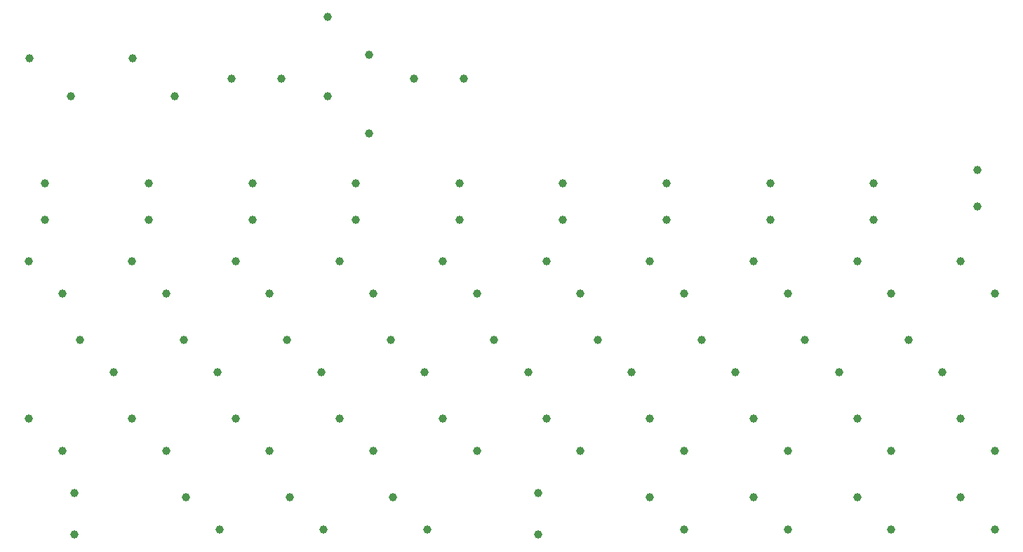
<source format=gbr>
%TF.GenerationSoftware,KiCad,Pcbnew,8.0.5-unknown-202409261835~48b9027842~ubuntu24.04.1*%
%TF.CreationDate,2024-09-28T03:00:05+08:00*%
%TF.ProjectId,EL6170_Pro_Max_Plus,454c3631-3730-45f5-9072-6f5f4d61785f,rev?*%
%TF.SameCoordinates,Original*%
%TF.FileFunction,Paste,Bot*%
%TF.FilePolarity,Positive*%
%FSLAX46Y46*%
G04 Gerber Fmt 4.6, Leading zero omitted, Abs format (unit mm)*
G04 Created by KiCad (PCBNEW 8.0.5-unknown-202409261835~48b9027842~ubuntu24.04.1) date 2024-09-28 03:00:05*
%MOMM*%
%LPD*%
G01*
G04 APERTURE LIST*
%ADD10C,1.000000*%
G04 APERTURE END LIST*
D10*
%TO.C,SW35*%
X108300000Y-111400000D03*
X104200000Y-107500000D03*
%TD*%
%TO.C,SW18*%
X202100000Y-101900000D03*
X198000000Y-98000000D03*
%TD*%
%TO.C,SW52*%
X133600000Y-130400000D03*
X129500000Y-126500000D03*
%TD*%
%TO.C,SW51*%
X146100000Y-130400000D03*
X142000000Y-126500000D03*
%TD*%
%TO.C,SW50*%
X159500000Y-131000000D03*
X159500000Y-126000000D03*
%TD*%
%TO.C,SW5*%
X115600000Y-78100000D03*
X110600000Y-73600000D03*
%TD*%
%TO.C,SW42*%
X127100000Y-120900000D03*
X123000000Y-117000000D03*
%TD*%
%TO.C,SW4*%
X128500000Y-76000000D03*
X122500000Y-76000000D03*
%TD*%
%TO.C,SW53*%
X121100000Y-130400000D03*
X117000000Y-126500000D03*
%TD*%
%TO.C,SW11*%
X162500000Y-93000000D03*
X162500000Y-88600000D03*
%TD*%
%TO.C,SW32*%
X145800000Y-111400000D03*
X141700000Y-107500000D03*
%TD*%
%TO.C,SW29*%
X183300000Y-111400000D03*
X179200000Y-107500000D03*
%TD*%
%TO.C,SW46*%
X214600000Y-130400000D03*
X210500000Y-126500000D03*
%TD*%
%TO.C,SW12*%
X150000000Y-93000000D03*
X150000000Y-88600000D03*
%TD*%
%TO.C,SW8*%
X200000000Y-93000000D03*
X200000000Y-88600000D03*
%TD*%
%TO.C,SW26*%
X102100000Y-101900000D03*
X98000000Y-98000000D03*
%TD*%
%TO.C,SW33*%
X133300000Y-111400000D03*
X129200000Y-107500000D03*
%TD*%
%TO.C,SW44*%
X102100000Y-120900000D03*
X98000000Y-117000000D03*
%TD*%
%TO.C,SW28*%
X195800000Y-111400000D03*
X191700000Y-107500000D03*
%TD*%
%TO.C,SW43*%
X114600000Y-120900000D03*
X110500000Y-117000000D03*
%TD*%
%TO.C,SW22*%
X152100000Y-101900000D03*
X148000000Y-98000000D03*
%TD*%
%TO.C,SW49*%
X177100000Y-130400000D03*
X173000000Y-126500000D03*
%TD*%
%TO.C,SW36*%
X202100000Y-120900000D03*
X198000000Y-117000000D03*
%TD*%
%TO.C,SW2*%
X139100000Y-73100000D03*
X134100000Y-68600000D03*
%TD*%
%TO.C,SW13*%
X137500000Y-93000000D03*
X137500000Y-88600000D03*
%TD*%
%TO.C,SW7*%
X212500000Y-87000000D03*
X212500000Y-91400000D03*
%TD*%
%TO.C,SW54*%
X103500000Y-131000000D03*
X103500000Y-126000000D03*
%TD*%
%TO.C,SW37*%
X189600000Y-120900000D03*
X185500000Y-117000000D03*
%TD*%
%TO.C,SW1*%
X150500000Y-76000000D03*
X144500000Y-76000000D03*
%TD*%
%TO.C,SW16*%
X100000000Y-93000000D03*
X100000000Y-88600000D03*
%TD*%
%TO.C,SW39*%
X164600000Y-120900000D03*
X160500000Y-117000000D03*
%TD*%
%TO.C,SW6*%
X103100000Y-78100000D03*
X98100000Y-73600000D03*
%TD*%
%TO.C,SW24*%
X127100000Y-101900000D03*
X123000000Y-98000000D03*
%TD*%
%TO.C,SW31*%
X158300000Y-111400000D03*
X154200000Y-107500000D03*
%TD*%
%TO.C,SW20*%
X177100000Y-101900000D03*
X173000000Y-98000000D03*
%TD*%
%TO.C,SW17*%
X214600000Y-101900000D03*
X210500000Y-98000000D03*
%TD*%
%TO.C,SW23*%
X139600000Y-101900000D03*
X135500000Y-98000000D03*
%TD*%
%TO.C,SW41*%
X139600000Y-120900000D03*
X135500000Y-117000000D03*
%TD*%
%TO.C,SW38*%
X177100000Y-120900000D03*
X173000000Y-117000000D03*
%TD*%
%TO.C,SW45*%
X214600000Y-120900000D03*
X210500000Y-117000000D03*
%TD*%
%TO.C,SW19*%
X189600000Y-101900000D03*
X185500000Y-98000000D03*
%TD*%
%TO.C,SW14*%
X125000000Y-93000000D03*
X125000000Y-88600000D03*
%TD*%
%TO.C,SW21*%
X164600000Y-101900000D03*
X160500000Y-98000000D03*
%TD*%
%TO.C,SW47*%
X202100000Y-130400000D03*
X198000000Y-126500000D03*
%TD*%
%TO.C,SW30*%
X170800000Y-111400000D03*
X166700000Y-107500000D03*
%TD*%
%TO.C,SW9*%
X187500000Y-93000000D03*
X187500000Y-88600000D03*
%TD*%
%TO.C,SW10*%
X175000000Y-93000000D03*
X175000000Y-88600000D03*
%TD*%
%TO.C,SW25*%
X114600000Y-101900000D03*
X110500000Y-98000000D03*
%TD*%
%TO.C,SW3*%
X139100000Y-82600000D03*
X134100000Y-78100000D03*
%TD*%
%TO.C,SW34*%
X120800000Y-111400000D03*
X116700000Y-107500000D03*
%TD*%
%TO.C,SW40*%
X152100000Y-120900000D03*
X148000000Y-117000000D03*
%TD*%
%TO.C,SW15*%
X112500000Y-93000000D03*
X112500000Y-88600000D03*
%TD*%
%TO.C,SW48*%
X189600000Y-130400000D03*
X185500000Y-126500000D03*
%TD*%
%TO.C,SW27*%
X208300000Y-111400000D03*
X204200000Y-107500000D03*
%TD*%
M02*

</source>
